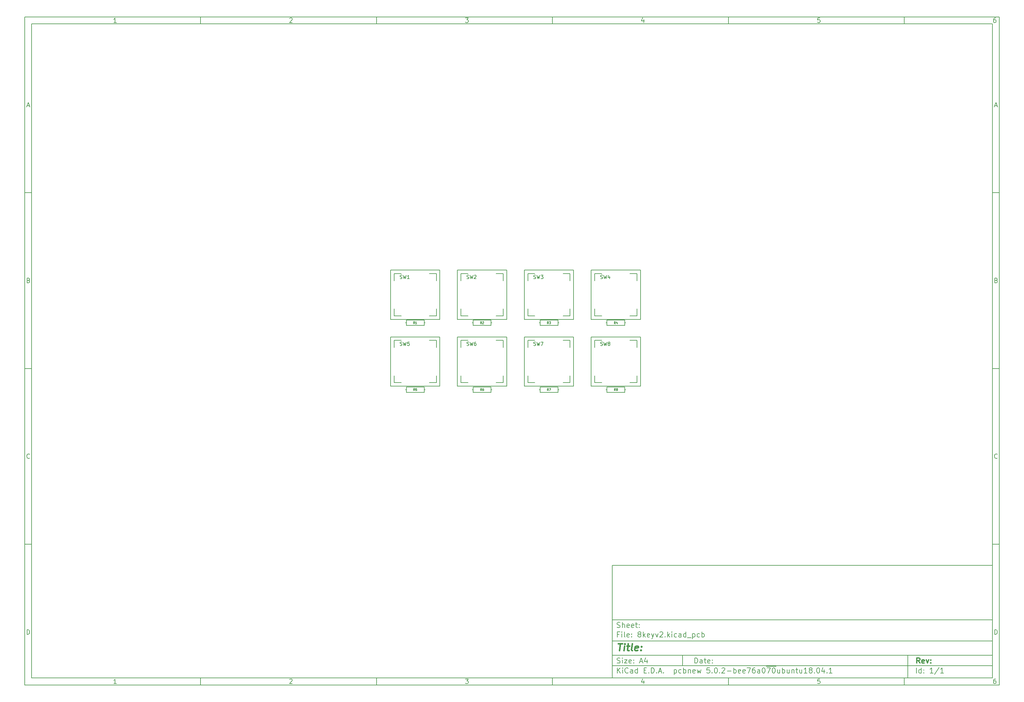
<source format=gbr>
G04 #@! TF.GenerationSoftware,KiCad,Pcbnew,5.0.2-bee76a0~70~ubuntu18.04.1*
G04 #@! TF.CreationDate,2019-02-02T15:30:55-05:00*
G04 #@! TF.ProjectId,8keyv2,386b6579-7632-42e6-9b69-6361645f7063,rev?*
G04 #@! TF.SameCoordinates,Original*
G04 #@! TF.FileFunction,Legend,Top*
G04 #@! TF.FilePolarity,Positive*
%FSLAX46Y46*%
G04 Gerber Fmt 4.6, Leading zero omitted, Abs format (unit mm)*
G04 Created by KiCad (PCBNEW 5.0.2-bee76a0~70~ubuntu18.04.1) date Sat 02 Feb 2019 03:30:55 PM EST*
%MOMM*%
%LPD*%
G01*
G04 APERTURE LIST*
%ADD10C,0.100000*%
%ADD11C,0.150000*%
%ADD12C,0.300000*%
%ADD13C,0.400000*%
%ADD14C,0.203200*%
%ADD15C,0.127000*%
G04 APERTURE END LIST*
D10*
D11*
X177002200Y-166007200D02*
X177002200Y-198007200D01*
X285002200Y-198007200D01*
X285002200Y-166007200D01*
X177002200Y-166007200D01*
D10*
D11*
X10000000Y-10000000D02*
X10000000Y-200007200D01*
X287002200Y-200007200D01*
X287002200Y-10000000D01*
X10000000Y-10000000D01*
D10*
D11*
X12000000Y-12000000D02*
X12000000Y-198007200D01*
X285002200Y-198007200D01*
X285002200Y-12000000D01*
X12000000Y-12000000D01*
D10*
D11*
X60000000Y-12000000D02*
X60000000Y-10000000D01*
D10*
D11*
X110000000Y-12000000D02*
X110000000Y-10000000D01*
D10*
D11*
X160000000Y-12000000D02*
X160000000Y-10000000D01*
D10*
D11*
X210000000Y-12000000D02*
X210000000Y-10000000D01*
D10*
D11*
X260000000Y-12000000D02*
X260000000Y-10000000D01*
D10*
D11*
X36065476Y-11588095D02*
X35322619Y-11588095D01*
X35694047Y-11588095D02*
X35694047Y-10288095D01*
X35570238Y-10473809D01*
X35446428Y-10597619D01*
X35322619Y-10659523D01*
D10*
D11*
X85322619Y-10411904D02*
X85384523Y-10350000D01*
X85508333Y-10288095D01*
X85817857Y-10288095D01*
X85941666Y-10350000D01*
X86003571Y-10411904D01*
X86065476Y-10535714D01*
X86065476Y-10659523D01*
X86003571Y-10845238D01*
X85260714Y-11588095D01*
X86065476Y-11588095D01*
D10*
D11*
X135260714Y-10288095D02*
X136065476Y-10288095D01*
X135632142Y-10783333D01*
X135817857Y-10783333D01*
X135941666Y-10845238D01*
X136003571Y-10907142D01*
X136065476Y-11030952D01*
X136065476Y-11340476D01*
X136003571Y-11464285D01*
X135941666Y-11526190D01*
X135817857Y-11588095D01*
X135446428Y-11588095D01*
X135322619Y-11526190D01*
X135260714Y-11464285D01*
D10*
D11*
X185941666Y-10721428D02*
X185941666Y-11588095D01*
X185632142Y-10226190D02*
X185322619Y-11154761D01*
X186127380Y-11154761D01*
D10*
D11*
X236003571Y-10288095D02*
X235384523Y-10288095D01*
X235322619Y-10907142D01*
X235384523Y-10845238D01*
X235508333Y-10783333D01*
X235817857Y-10783333D01*
X235941666Y-10845238D01*
X236003571Y-10907142D01*
X236065476Y-11030952D01*
X236065476Y-11340476D01*
X236003571Y-11464285D01*
X235941666Y-11526190D01*
X235817857Y-11588095D01*
X235508333Y-11588095D01*
X235384523Y-11526190D01*
X235322619Y-11464285D01*
D10*
D11*
X285941666Y-10288095D02*
X285694047Y-10288095D01*
X285570238Y-10350000D01*
X285508333Y-10411904D01*
X285384523Y-10597619D01*
X285322619Y-10845238D01*
X285322619Y-11340476D01*
X285384523Y-11464285D01*
X285446428Y-11526190D01*
X285570238Y-11588095D01*
X285817857Y-11588095D01*
X285941666Y-11526190D01*
X286003571Y-11464285D01*
X286065476Y-11340476D01*
X286065476Y-11030952D01*
X286003571Y-10907142D01*
X285941666Y-10845238D01*
X285817857Y-10783333D01*
X285570238Y-10783333D01*
X285446428Y-10845238D01*
X285384523Y-10907142D01*
X285322619Y-11030952D01*
D10*
D11*
X60000000Y-198007200D02*
X60000000Y-200007200D01*
D10*
D11*
X110000000Y-198007200D02*
X110000000Y-200007200D01*
D10*
D11*
X160000000Y-198007200D02*
X160000000Y-200007200D01*
D10*
D11*
X210000000Y-198007200D02*
X210000000Y-200007200D01*
D10*
D11*
X260000000Y-198007200D02*
X260000000Y-200007200D01*
D10*
D11*
X36065476Y-199595295D02*
X35322619Y-199595295D01*
X35694047Y-199595295D02*
X35694047Y-198295295D01*
X35570238Y-198481009D01*
X35446428Y-198604819D01*
X35322619Y-198666723D01*
D10*
D11*
X85322619Y-198419104D02*
X85384523Y-198357200D01*
X85508333Y-198295295D01*
X85817857Y-198295295D01*
X85941666Y-198357200D01*
X86003571Y-198419104D01*
X86065476Y-198542914D01*
X86065476Y-198666723D01*
X86003571Y-198852438D01*
X85260714Y-199595295D01*
X86065476Y-199595295D01*
D10*
D11*
X135260714Y-198295295D02*
X136065476Y-198295295D01*
X135632142Y-198790533D01*
X135817857Y-198790533D01*
X135941666Y-198852438D01*
X136003571Y-198914342D01*
X136065476Y-199038152D01*
X136065476Y-199347676D01*
X136003571Y-199471485D01*
X135941666Y-199533390D01*
X135817857Y-199595295D01*
X135446428Y-199595295D01*
X135322619Y-199533390D01*
X135260714Y-199471485D01*
D10*
D11*
X185941666Y-198728628D02*
X185941666Y-199595295D01*
X185632142Y-198233390D02*
X185322619Y-199161961D01*
X186127380Y-199161961D01*
D10*
D11*
X236003571Y-198295295D02*
X235384523Y-198295295D01*
X235322619Y-198914342D01*
X235384523Y-198852438D01*
X235508333Y-198790533D01*
X235817857Y-198790533D01*
X235941666Y-198852438D01*
X236003571Y-198914342D01*
X236065476Y-199038152D01*
X236065476Y-199347676D01*
X236003571Y-199471485D01*
X235941666Y-199533390D01*
X235817857Y-199595295D01*
X235508333Y-199595295D01*
X235384523Y-199533390D01*
X235322619Y-199471485D01*
D10*
D11*
X285941666Y-198295295D02*
X285694047Y-198295295D01*
X285570238Y-198357200D01*
X285508333Y-198419104D01*
X285384523Y-198604819D01*
X285322619Y-198852438D01*
X285322619Y-199347676D01*
X285384523Y-199471485D01*
X285446428Y-199533390D01*
X285570238Y-199595295D01*
X285817857Y-199595295D01*
X285941666Y-199533390D01*
X286003571Y-199471485D01*
X286065476Y-199347676D01*
X286065476Y-199038152D01*
X286003571Y-198914342D01*
X285941666Y-198852438D01*
X285817857Y-198790533D01*
X285570238Y-198790533D01*
X285446428Y-198852438D01*
X285384523Y-198914342D01*
X285322619Y-199038152D01*
D10*
D11*
X10000000Y-60000000D02*
X12000000Y-60000000D01*
D10*
D11*
X10000000Y-110000000D02*
X12000000Y-110000000D01*
D10*
D11*
X10000000Y-160000000D02*
X12000000Y-160000000D01*
D10*
D11*
X10690476Y-35216666D02*
X11309523Y-35216666D01*
X10566666Y-35588095D02*
X11000000Y-34288095D01*
X11433333Y-35588095D01*
D10*
D11*
X11092857Y-84907142D02*
X11278571Y-84969047D01*
X11340476Y-85030952D01*
X11402380Y-85154761D01*
X11402380Y-85340476D01*
X11340476Y-85464285D01*
X11278571Y-85526190D01*
X11154761Y-85588095D01*
X10659523Y-85588095D01*
X10659523Y-84288095D01*
X11092857Y-84288095D01*
X11216666Y-84350000D01*
X11278571Y-84411904D01*
X11340476Y-84535714D01*
X11340476Y-84659523D01*
X11278571Y-84783333D01*
X11216666Y-84845238D01*
X11092857Y-84907142D01*
X10659523Y-84907142D01*
D10*
D11*
X11402380Y-135464285D02*
X11340476Y-135526190D01*
X11154761Y-135588095D01*
X11030952Y-135588095D01*
X10845238Y-135526190D01*
X10721428Y-135402380D01*
X10659523Y-135278571D01*
X10597619Y-135030952D01*
X10597619Y-134845238D01*
X10659523Y-134597619D01*
X10721428Y-134473809D01*
X10845238Y-134350000D01*
X11030952Y-134288095D01*
X11154761Y-134288095D01*
X11340476Y-134350000D01*
X11402380Y-134411904D01*
D10*
D11*
X10659523Y-185588095D02*
X10659523Y-184288095D01*
X10969047Y-184288095D01*
X11154761Y-184350000D01*
X11278571Y-184473809D01*
X11340476Y-184597619D01*
X11402380Y-184845238D01*
X11402380Y-185030952D01*
X11340476Y-185278571D01*
X11278571Y-185402380D01*
X11154761Y-185526190D01*
X10969047Y-185588095D01*
X10659523Y-185588095D01*
D10*
D11*
X287002200Y-60000000D02*
X285002200Y-60000000D01*
D10*
D11*
X287002200Y-110000000D02*
X285002200Y-110000000D01*
D10*
D11*
X287002200Y-160000000D02*
X285002200Y-160000000D01*
D10*
D11*
X285692676Y-35216666D02*
X286311723Y-35216666D01*
X285568866Y-35588095D02*
X286002200Y-34288095D01*
X286435533Y-35588095D01*
D10*
D11*
X286095057Y-84907142D02*
X286280771Y-84969047D01*
X286342676Y-85030952D01*
X286404580Y-85154761D01*
X286404580Y-85340476D01*
X286342676Y-85464285D01*
X286280771Y-85526190D01*
X286156961Y-85588095D01*
X285661723Y-85588095D01*
X285661723Y-84288095D01*
X286095057Y-84288095D01*
X286218866Y-84350000D01*
X286280771Y-84411904D01*
X286342676Y-84535714D01*
X286342676Y-84659523D01*
X286280771Y-84783333D01*
X286218866Y-84845238D01*
X286095057Y-84907142D01*
X285661723Y-84907142D01*
D10*
D11*
X286404580Y-135464285D02*
X286342676Y-135526190D01*
X286156961Y-135588095D01*
X286033152Y-135588095D01*
X285847438Y-135526190D01*
X285723628Y-135402380D01*
X285661723Y-135278571D01*
X285599819Y-135030952D01*
X285599819Y-134845238D01*
X285661723Y-134597619D01*
X285723628Y-134473809D01*
X285847438Y-134350000D01*
X286033152Y-134288095D01*
X286156961Y-134288095D01*
X286342676Y-134350000D01*
X286404580Y-134411904D01*
D10*
D11*
X285661723Y-185588095D02*
X285661723Y-184288095D01*
X285971247Y-184288095D01*
X286156961Y-184350000D01*
X286280771Y-184473809D01*
X286342676Y-184597619D01*
X286404580Y-184845238D01*
X286404580Y-185030952D01*
X286342676Y-185278571D01*
X286280771Y-185402380D01*
X286156961Y-185526190D01*
X285971247Y-185588095D01*
X285661723Y-185588095D01*
D10*
D11*
X200434342Y-193785771D02*
X200434342Y-192285771D01*
X200791485Y-192285771D01*
X201005771Y-192357200D01*
X201148628Y-192500057D01*
X201220057Y-192642914D01*
X201291485Y-192928628D01*
X201291485Y-193142914D01*
X201220057Y-193428628D01*
X201148628Y-193571485D01*
X201005771Y-193714342D01*
X200791485Y-193785771D01*
X200434342Y-193785771D01*
X202577200Y-193785771D02*
X202577200Y-193000057D01*
X202505771Y-192857200D01*
X202362914Y-192785771D01*
X202077200Y-192785771D01*
X201934342Y-192857200D01*
X202577200Y-193714342D02*
X202434342Y-193785771D01*
X202077200Y-193785771D01*
X201934342Y-193714342D01*
X201862914Y-193571485D01*
X201862914Y-193428628D01*
X201934342Y-193285771D01*
X202077200Y-193214342D01*
X202434342Y-193214342D01*
X202577200Y-193142914D01*
X203077200Y-192785771D02*
X203648628Y-192785771D01*
X203291485Y-192285771D02*
X203291485Y-193571485D01*
X203362914Y-193714342D01*
X203505771Y-193785771D01*
X203648628Y-193785771D01*
X204720057Y-193714342D02*
X204577200Y-193785771D01*
X204291485Y-193785771D01*
X204148628Y-193714342D01*
X204077200Y-193571485D01*
X204077200Y-193000057D01*
X204148628Y-192857200D01*
X204291485Y-192785771D01*
X204577200Y-192785771D01*
X204720057Y-192857200D01*
X204791485Y-193000057D01*
X204791485Y-193142914D01*
X204077200Y-193285771D01*
X205434342Y-193642914D02*
X205505771Y-193714342D01*
X205434342Y-193785771D01*
X205362914Y-193714342D01*
X205434342Y-193642914D01*
X205434342Y-193785771D01*
X205434342Y-192857200D02*
X205505771Y-192928628D01*
X205434342Y-193000057D01*
X205362914Y-192928628D01*
X205434342Y-192857200D01*
X205434342Y-193000057D01*
D10*
D11*
X177002200Y-194507200D02*
X285002200Y-194507200D01*
D10*
D11*
X178434342Y-196585771D02*
X178434342Y-195085771D01*
X179291485Y-196585771D02*
X178648628Y-195728628D01*
X179291485Y-195085771D02*
X178434342Y-195942914D01*
X179934342Y-196585771D02*
X179934342Y-195585771D01*
X179934342Y-195085771D02*
X179862914Y-195157200D01*
X179934342Y-195228628D01*
X180005771Y-195157200D01*
X179934342Y-195085771D01*
X179934342Y-195228628D01*
X181505771Y-196442914D02*
X181434342Y-196514342D01*
X181220057Y-196585771D01*
X181077200Y-196585771D01*
X180862914Y-196514342D01*
X180720057Y-196371485D01*
X180648628Y-196228628D01*
X180577200Y-195942914D01*
X180577200Y-195728628D01*
X180648628Y-195442914D01*
X180720057Y-195300057D01*
X180862914Y-195157200D01*
X181077200Y-195085771D01*
X181220057Y-195085771D01*
X181434342Y-195157200D01*
X181505771Y-195228628D01*
X182791485Y-196585771D02*
X182791485Y-195800057D01*
X182720057Y-195657200D01*
X182577200Y-195585771D01*
X182291485Y-195585771D01*
X182148628Y-195657200D01*
X182791485Y-196514342D02*
X182648628Y-196585771D01*
X182291485Y-196585771D01*
X182148628Y-196514342D01*
X182077200Y-196371485D01*
X182077200Y-196228628D01*
X182148628Y-196085771D01*
X182291485Y-196014342D01*
X182648628Y-196014342D01*
X182791485Y-195942914D01*
X184148628Y-196585771D02*
X184148628Y-195085771D01*
X184148628Y-196514342D02*
X184005771Y-196585771D01*
X183720057Y-196585771D01*
X183577200Y-196514342D01*
X183505771Y-196442914D01*
X183434342Y-196300057D01*
X183434342Y-195871485D01*
X183505771Y-195728628D01*
X183577200Y-195657200D01*
X183720057Y-195585771D01*
X184005771Y-195585771D01*
X184148628Y-195657200D01*
X186005771Y-195800057D02*
X186505771Y-195800057D01*
X186720057Y-196585771D02*
X186005771Y-196585771D01*
X186005771Y-195085771D01*
X186720057Y-195085771D01*
X187362914Y-196442914D02*
X187434342Y-196514342D01*
X187362914Y-196585771D01*
X187291485Y-196514342D01*
X187362914Y-196442914D01*
X187362914Y-196585771D01*
X188077200Y-196585771D02*
X188077200Y-195085771D01*
X188434342Y-195085771D01*
X188648628Y-195157200D01*
X188791485Y-195300057D01*
X188862914Y-195442914D01*
X188934342Y-195728628D01*
X188934342Y-195942914D01*
X188862914Y-196228628D01*
X188791485Y-196371485D01*
X188648628Y-196514342D01*
X188434342Y-196585771D01*
X188077200Y-196585771D01*
X189577200Y-196442914D02*
X189648628Y-196514342D01*
X189577200Y-196585771D01*
X189505771Y-196514342D01*
X189577200Y-196442914D01*
X189577200Y-196585771D01*
X190220057Y-196157200D02*
X190934342Y-196157200D01*
X190077200Y-196585771D02*
X190577200Y-195085771D01*
X191077200Y-196585771D01*
X191577200Y-196442914D02*
X191648628Y-196514342D01*
X191577200Y-196585771D01*
X191505771Y-196514342D01*
X191577200Y-196442914D01*
X191577200Y-196585771D01*
X194577200Y-195585771D02*
X194577200Y-197085771D01*
X194577200Y-195657200D02*
X194720057Y-195585771D01*
X195005771Y-195585771D01*
X195148628Y-195657200D01*
X195220057Y-195728628D01*
X195291485Y-195871485D01*
X195291485Y-196300057D01*
X195220057Y-196442914D01*
X195148628Y-196514342D01*
X195005771Y-196585771D01*
X194720057Y-196585771D01*
X194577200Y-196514342D01*
X196577200Y-196514342D02*
X196434342Y-196585771D01*
X196148628Y-196585771D01*
X196005771Y-196514342D01*
X195934342Y-196442914D01*
X195862914Y-196300057D01*
X195862914Y-195871485D01*
X195934342Y-195728628D01*
X196005771Y-195657200D01*
X196148628Y-195585771D01*
X196434342Y-195585771D01*
X196577200Y-195657200D01*
X197220057Y-196585771D02*
X197220057Y-195085771D01*
X197220057Y-195657200D02*
X197362914Y-195585771D01*
X197648628Y-195585771D01*
X197791485Y-195657200D01*
X197862914Y-195728628D01*
X197934342Y-195871485D01*
X197934342Y-196300057D01*
X197862914Y-196442914D01*
X197791485Y-196514342D01*
X197648628Y-196585771D01*
X197362914Y-196585771D01*
X197220057Y-196514342D01*
X198577200Y-195585771D02*
X198577200Y-196585771D01*
X198577200Y-195728628D02*
X198648628Y-195657200D01*
X198791485Y-195585771D01*
X199005771Y-195585771D01*
X199148628Y-195657200D01*
X199220057Y-195800057D01*
X199220057Y-196585771D01*
X200505771Y-196514342D02*
X200362914Y-196585771D01*
X200077200Y-196585771D01*
X199934342Y-196514342D01*
X199862914Y-196371485D01*
X199862914Y-195800057D01*
X199934342Y-195657200D01*
X200077200Y-195585771D01*
X200362914Y-195585771D01*
X200505771Y-195657200D01*
X200577200Y-195800057D01*
X200577200Y-195942914D01*
X199862914Y-196085771D01*
X201077200Y-195585771D02*
X201362914Y-196585771D01*
X201648628Y-195871485D01*
X201934342Y-196585771D01*
X202220057Y-195585771D01*
X204648628Y-195085771D02*
X203934342Y-195085771D01*
X203862914Y-195800057D01*
X203934342Y-195728628D01*
X204077200Y-195657200D01*
X204434342Y-195657200D01*
X204577200Y-195728628D01*
X204648628Y-195800057D01*
X204720057Y-195942914D01*
X204720057Y-196300057D01*
X204648628Y-196442914D01*
X204577200Y-196514342D01*
X204434342Y-196585771D01*
X204077200Y-196585771D01*
X203934342Y-196514342D01*
X203862914Y-196442914D01*
X205362914Y-196442914D02*
X205434342Y-196514342D01*
X205362914Y-196585771D01*
X205291485Y-196514342D01*
X205362914Y-196442914D01*
X205362914Y-196585771D01*
X206362914Y-195085771D02*
X206505771Y-195085771D01*
X206648628Y-195157200D01*
X206720057Y-195228628D01*
X206791485Y-195371485D01*
X206862914Y-195657200D01*
X206862914Y-196014342D01*
X206791485Y-196300057D01*
X206720057Y-196442914D01*
X206648628Y-196514342D01*
X206505771Y-196585771D01*
X206362914Y-196585771D01*
X206220057Y-196514342D01*
X206148628Y-196442914D01*
X206077200Y-196300057D01*
X206005771Y-196014342D01*
X206005771Y-195657200D01*
X206077200Y-195371485D01*
X206148628Y-195228628D01*
X206220057Y-195157200D01*
X206362914Y-195085771D01*
X207505771Y-196442914D02*
X207577200Y-196514342D01*
X207505771Y-196585771D01*
X207434342Y-196514342D01*
X207505771Y-196442914D01*
X207505771Y-196585771D01*
X208148628Y-195228628D02*
X208220057Y-195157200D01*
X208362914Y-195085771D01*
X208720057Y-195085771D01*
X208862914Y-195157200D01*
X208934342Y-195228628D01*
X209005771Y-195371485D01*
X209005771Y-195514342D01*
X208934342Y-195728628D01*
X208077200Y-196585771D01*
X209005771Y-196585771D01*
X209648628Y-196014342D02*
X210791485Y-196014342D01*
X211505771Y-196585771D02*
X211505771Y-195085771D01*
X211505771Y-195657200D02*
X211648628Y-195585771D01*
X211934342Y-195585771D01*
X212077200Y-195657200D01*
X212148628Y-195728628D01*
X212220057Y-195871485D01*
X212220057Y-196300057D01*
X212148628Y-196442914D01*
X212077200Y-196514342D01*
X211934342Y-196585771D01*
X211648628Y-196585771D01*
X211505771Y-196514342D01*
X213434342Y-196514342D02*
X213291485Y-196585771D01*
X213005771Y-196585771D01*
X212862914Y-196514342D01*
X212791485Y-196371485D01*
X212791485Y-195800057D01*
X212862914Y-195657200D01*
X213005771Y-195585771D01*
X213291485Y-195585771D01*
X213434342Y-195657200D01*
X213505771Y-195800057D01*
X213505771Y-195942914D01*
X212791485Y-196085771D01*
X214720057Y-196514342D02*
X214577200Y-196585771D01*
X214291485Y-196585771D01*
X214148628Y-196514342D01*
X214077200Y-196371485D01*
X214077200Y-195800057D01*
X214148628Y-195657200D01*
X214291485Y-195585771D01*
X214577200Y-195585771D01*
X214720057Y-195657200D01*
X214791485Y-195800057D01*
X214791485Y-195942914D01*
X214077200Y-196085771D01*
X215291485Y-195085771D02*
X216291485Y-195085771D01*
X215648628Y-196585771D01*
X217505771Y-195085771D02*
X217220057Y-195085771D01*
X217077200Y-195157200D01*
X217005771Y-195228628D01*
X216862914Y-195442914D01*
X216791485Y-195728628D01*
X216791485Y-196300057D01*
X216862914Y-196442914D01*
X216934342Y-196514342D01*
X217077200Y-196585771D01*
X217362914Y-196585771D01*
X217505771Y-196514342D01*
X217577200Y-196442914D01*
X217648628Y-196300057D01*
X217648628Y-195942914D01*
X217577200Y-195800057D01*
X217505771Y-195728628D01*
X217362914Y-195657200D01*
X217077200Y-195657200D01*
X216934342Y-195728628D01*
X216862914Y-195800057D01*
X216791485Y-195942914D01*
X218934342Y-196585771D02*
X218934342Y-195800057D01*
X218862914Y-195657200D01*
X218720057Y-195585771D01*
X218434342Y-195585771D01*
X218291485Y-195657200D01*
X218934342Y-196514342D02*
X218791485Y-196585771D01*
X218434342Y-196585771D01*
X218291485Y-196514342D01*
X218220057Y-196371485D01*
X218220057Y-196228628D01*
X218291485Y-196085771D01*
X218434342Y-196014342D01*
X218791485Y-196014342D01*
X218934342Y-195942914D01*
X219934342Y-195085771D02*
X220077200Y-195085771D01*
X220220057Y-195157200D01*
X220291485Y-195228628D01*
X220362914Y-195371485D01*
X220434342Y-195657200D01*
X220434342Y-196014342D01*
X220362914Y-196300057D01*
X220291485Y-196442914D01*
X220220057Y-196514342D01*
X220077200Y-196585771D01*
X219934342Y-196585771D01*
X219791485Y-196514342D01*
X219720057Y-196442914D01*
X219648628Y-196300057D01*
X219577200Y-196014342D01*
X219577200Y-195657200D01*
X219648628Y-195371485D01*
X219720057Y-195228628D01*
X219791485Y-195157200D01*
X219934342Y-195085771D01*
X220720057Y-194677200D02*
X222148628Y-194677200D01*
X220934342Y-195085771D02*
X221934342Y-195085771D01*
X221291485Y-196585771D01*
X222148628Y-194677200D02*
X223577200Y-194677200D01*
X222791485Y-195085771D02*
X222934342Y-195085771D01*
X223077200Y-195157200D01*
X223148628Y-195228628D01*
X223220057Y-195371485D01*
X223291485Y-195657200D01*
X223291485Y-196014342D01*
X223220057Y-196300057D01*
X223148628Y-196442914D01*
X223077200Y-196514342D01*
X222934342Y-196585771D01*
X222791485Y-196585771D01*
X222648628Y-196514342D01*
X222577200Y-196442914D01*
X222505771Y-196300057D01*
X222434342Y-196014342D01*
X222434342Y-195657200D01*
X222505771Y-195371485D01*
X222577200Y-195228628D01*
X222648628Y-195157200D01*
X222791485Y-195085771D01*
X224577200Y-195585771D02*
X224577200Y-196585771D01*
X223934342Y-195585771D02*
X223934342Y-196371485D01*
X224005771Y-196514342D01*
X224148628Y-196585771D01*
X224362914Y-196585771D01*
X224505771Y-196514342D01*
X224577200Y-196442914D01*
X225291485Y-196585771D02*
X225291485Y-195085771D01*
X225291485Y-195657200D02*
X225434342Y-195585771D01*
X225720057Y-195585771D01*
X225862914Y-195657200D01*
X225934342Y-195728628D01*
X226005771Y-195871485D01*
X226005771Y-196300057D01*
X225934342Y-196442914D01*
X225862914Y-196514342D01*
X225720057Y-196585771D01*
X225434342Y-196585771D01*
X225291485Y-196514342D01*
X227291485Y-195585771D02*
X227291485Y-196585771D01*
X226648628Y-195585771D02*
X226648628Y-196371485D01*
X226720057Y-196514342D01*
X226862914Y-196585771D01*
X227077200Y-196585771D01*
X227220057Y-196514342D01*
X227291485Y-196442914D01*
X228005771Y-195585771D02*
X228005771Y-196585771D01*
X228005771Y-195728628D02*
X228077200Y-195657200D01*
X228220057Y-195585771D01*
X228434342Y-195585771D01*
X228577200Y-195657200D01*
X228648628Y-195800057D01*
X228648628Y-196585771D01*
X229148628Y-195585771D02*
X229720057Y-195585771D01*
X229362914Y-195085771D02*
X229362914Y-196371485D01*
X229434342Y-196514342D01*
X229577200Y-196585771D01*
X229720057Y-196585771D01*
X230862914Y-195585771D02*
X230862914Y-196585771D01*
X230220057Y-195585771D02*
X230220057Y-196371485D01*
X230291485Y-196514342D01*
X230434342Y-196585771D01*
X230648628Y-196585771D01*
X230791485Y-196514342D01*
X230862914Y-196442914D01*
X232362914Y-196585771D02*
X231505771Y-196585771D01*
X231934342Y-196585771D02*
X231934342Y-195085771D01*
X231791485Y-195300057D01*
X231648628Y-195442914D01*
X231505771Y-195514342D01*
X233220057Y-195728628D02*
X233077200Y-195657200D01*
X233005771Y-195585771D01*
X232934342Y-195442914D01*
X232934342Y-195371485D01*
X233005771Y-195228628D01*
X233077200Y-195157200D01*
X233220057Y-195085771D01*
X233505771Y-195085771D01*
X233648628Y-195157200D01*
X233720057Y-195228628D01*
X233791485Y-195371485D01*
X233791485Y-195442914D01*
X233720057Y-195585771D01*
X233648628Y-195657200D01*
X233505771Y-195728628D01*
X233220057Y-195728628D01*
X233077200Y-195800057D01*
X233005771Y-195871485D01*
X232934342Y-196014342D01*
X232934342Y-196300057D01*
X233005771Y-196442914D01*
X233077200Y-196514342D01*
X233220057Y-196585771D01*
X233505771Y-196585771D01*
X233648628Y-196514342D01*
X233720057Y-196442914D01*
X233791485Y-196300057D01*
X233791485Y-196014342D01*
X233720057Y-195871485D01*
X233648628Y-195800057D01*
X233505771Y-195728628D01*
X234434342Y-196442914D02*
X234505771Y-196514342D01*
X234434342Y-196585771D01*
X234362914Y-196514342D01*
X234434342Y-196442914D01*
X234434342Y-196585771D01*
X235434342Y-195085771D02*
X235577200Y-195085771D01*
X235720057Y-195157200D01*
X235791485Y-195228628D01*
X235862914Y-195371485D01*
X235934342Y-195657200D01*
X235934342Y-196014342D01*
X235862914Y-196300057D01*
X235791485Y-196442914D01*
X235720057Y-196514342D01*
X235577200Y-196585771D01*
X235434342Y-196585771D01*
X235291485Y-196514342D01*
X235220057Y-196442914D01*
X235148628Y-196300057D01*
X235077200Y-196014342D01*
X235077200Y-195657200D01*
X235148628Y-195371485D01*
X235220057Y-195228628D01*
X235291485Y-195157200D01*
X235434342Y-195085771D01*
X237220057Y-195585771D02*
X237220057Y-196585771D01*
X236862914Y-195014342D02*
X236505771Y-196085771D01*
X237434342Y-196085771D01*
X238005771Y-196442914D02*
X238077199Y-196514342D01*
X238005771Y-196585771D01*
X237934342Y-196514342D01*
X238005771Y-196442914D01*
X238005771Y-196585771D01*
X239505771Y-196585771D02*
X238648628Y-196585771D01*
X239077200Y-196585771D02*
X239077200Y-195085771D01*
X238934342Y-195300057D01*
X238791485Y-195442914D01*
X238648628Y-195514342D01*
D10*
D11*
X177002200Y-191507200D02*
X285002200Y-191507200D01*
D10*
D12*
X264411485Y-193785771D02*
X263911485Y-193071485D01*
X263554342Y-193785771D02*
X263554342Y-192285771D01*
X264125771Y-192285771D01*
X264268628Y-192357200D01*
X264340057Y-192428628D01*
X264411485Y-192571485D01*
X264411485Y-192785771D01*
X264340057Y-192928628D01*
X264268628Y-193000057D01*
X264125771Y-193071485D01*
X263554342Y-193071485D01*
X265625771Y-193714342D02*
X265482914Y-193785771D01*
X265197200Y-193785771D01*
X265054342Y-193714342D01*
X264982914Y-193571485D01*
X264982914Y-193000057D01*
X265054342Y-192857200D01*
X265197200Y-192785771D01*
X265482914Y-192785771D01*
X265625771Y-192857200D01*
X265697200Y-193000057D01*
X265697200Y-193142914D01*
X264982914Y-193285771D01*
X266197200Y-192785771D02*
X266554342Y-193785771D01*
X266911485Y-192785771D01*
X267482914Y-193642914D02*
X267554342Y-193714342D01*
X267482914Y-193785771D01*
X267411485Y-193714342D01*
X267482914Y-193642914D01*
X267482914Y-193785771D01*
X267482914Y-192857200D02*
X267554342Y-192928628D01*
X267482914Y-193000057D01*
X267411485Y-192928628D01*
X267482914Y-192857200D01*
X267482914Y-193000057D01*
D10*
D11*
X178362914Y-193714342D02*
X178577200Y-193785771D01*
X178934342Y-193785771D01*
X179077200Y-193714342D01*
X179148628Y-193642914D01*
X179220057Y-193500057D01*
X179220057Y-193357200D01*
X179148628Y-193214342D01*
X179077200Y-193142914D01*
X178934342Y-193071485D01*
X178648628Y-193000057D01*
X178505771Y-192928628D01*
X178434342Y-192857200D01*
X178362914Y-192714342D01*
X178362914Y-192571485D01*
X178434342Y-192428628D01*
X178505771Y-192357200D01*
X178648628Y-192285771D01*
X179005771Y-192285771D01*
X179220057Y-192357200D01*
X179862914Y-193785771D02*
X179862914Y-192785771D01*
X179862914Y-192285771D02*
X179791485Y-192357200D01*
X179862914Y-192428628D01*
X179934342Y-192357200D01*
X179862914Y-192285771D01*
X179862914Y-192428628D01*
X180434342Y-192785771D02*
X181220057Y-192785771D01*
X180434342Y-193785771D01*
X181220057Y-193785771D01*
X182362914Y-193714342D02*
X182220057Y-193785771D01*
X181934342Y-193785771D01*
X181791485Y-193714342D01*
X181720057Y-193571485D01*
X181720057Y-193000057D01*
X181791485Y-192857200D01*
X181934342Y-192785771D01*
X182220057Y-192785771D01*
X182362914Y-192857200D01*
X182434342Y-193000057D01*
X182434342Y-193142914D01*
X181720057Y-193285771D01*
X183077200Y-193642914D02*
X183148628Y-193714342D01*
X183077200Y-193785771D01*
X183005771Y-193714342D01*
X183077200Y-193642914D01*
X183077200Y-193785771D01*
X183077200Y-192857200D02*
X183148628Y-192928628D01*
X183077200Y-193000057D01*
X183005771Y-192928628D01*
X183077200Y-192857200D01*
X183077200Y-193000057D01*
X184862914Y-193357200D02*
X185577200Y-193357200D01*
X184720057Y-193785771D02*
X185220057Y-192285771D01*
X185720057Y-193785771D01*
X186862914Y-192785771D02*
X186862914Y-193785771D01*
X186505771Y-192214342D02*
X186148628Y-193285771D01*
X187077200Y-193285771D01*
D10*
D11*
X263434342Y-196585771D02*
X263434342Y-195085771D01*
X264791485Y-196585771D02*
X264791485Y-195085771D01*
X264791485Y-196514342D02*
X264648628Y-196585771D01*
X264362914Y-196585771D01*
X264220057Y-196514342D01*
X264148628Y-196442914D01*
X264077200Y-196300057D01*
X264077200Y-195871485D01*
X264148628Y-195728628D01*
X264220057Y-195657200D01*
X264362914Y-195585771D01*
X264648628Y-195585771D01*
X264791485Y-195657200D01*
X265505771Y-196442914D02*
X265577200Y-196514342D01*
X265505771Y-196585771D01*
X265434342Y-196514342D01*
X265505771Y-196442914D01*
X265505771Y-196585771D01*
X265505771Y-195657200D02*
X265577200Y-195728628D01*
X265505771Y-195800057D01*
X265434342Y-195728628D01*
X265505771Y-195657200D01*
X265505771Y-195800057D01*
X268148628Y-196585771D02*
X267291485Y-196585771D01*
X267720057Y-196585771D02*
X267720057Y-195085771D01*
X267577200Y-195300057D01*
X267434342Y-195442914D01*
X267291485Y-195514342D01*
X269862914Y-195014342D02*
X268577200Y-196942914D01*
X271148628Y-196585771D02*
X270291485Y-196585771D01*
X270720057Y-196585771D02*
X270720057Y-195085771D01*
X270577200Y-195300057D01*
X270434342Y-195442914D01*
X270291485Y-195514342D01*
D10*
D11*
X177002200Y-187507200D02*
X285002200Y-187507200D01*
D10*
D13*
X178714580Y-188211961D02*
X179857438Y-188211961D01*
X179036009Y-190211961D02*
X179286009Y-188211961D01*
X180274104Y-190211961D02*
X180440771Y-188878628D01*
X180524104Y-188211961D02*
X180416961Y-188307200D01*
X180500295Y-188402438D01*
X180607438Y-188307200D01*
X180524104Y-188211961D01*
X180500295Y-188402438D01*
X181107438Y-188878628D02*
X181869342Y-188878628D01*
X181476485Y-188211961D02*
X181262200Y-189926247D01*
X181333628Y-190116723D01*
X181512200Y-190211961D01*
X181702676Y-190211961D01*
X182655057Y-190211961D02*
X182476485Y-190116723D01*
X182405057Y-189926247D01*
X182619342Y-188211961D01*
X184190771Y-190116723D02*
X183988390Y-190211961D01*
X183607438Y-190211961D01*
X183428866Y-190116723D01*
X183357438Y-189926247D01*
X183452676Y-189164342D01*
X183571723Y-188973866D01*
X183774104Y-188878628D01*
X184155057Y-188878628D01*
X184333628Y-188973866D01*
X184405057Y-189164342D01*
X184381247Y-189354819D01*
X183405057Y-189545295D01*
X185155057Y-190021485D02*
X185238390Y-190116723D01*
X185131247Y-190211961D01*
X185047914Y-190116723D01*
X185155057Y-190021485D01*
X185131247Y-190211961D01*
X185286009Y-188973866D02*
X185369342Y-189069104D01*
X185262200Y-189164342D01*
X185178866Y-189069104D01*
X185286009Y-188973866D01*
X185262200Y-189164342D01*
D10*
D11*
X178934342Y-185600057D02*
X178434342Y-185600057D01*
X178434342Y-186385771D02*
X178434342Y-184885771D01*
X179148628Y-184885771D01*
X179720057Y-186385771D02*
X179720057Y-185385771D01*
X179720057Y-184885771D02*
X179648628Y-184957200D01*
X179720057Y-185028628D01*
X179791485Y-184957200D01*
X179720057Y-184885771D01*
X179720057Y-185028628D01*
X180648628Y-186385771D02*
X180505771Y-186314342D01*
X180434342Y-186171485D01*
X180434342Y-184885771D01*
X181791485Y-186314342D02*
X181648628Y-186385771D01*
X181362914Y-186385771D01*
X181220057Y-186314342D01*
X181148628Y-186171485D01*
X181148628Y-185600057D01*
X181220057Y-185457200D01*
X181362914Y-185385771D01*
X181648628Y-185385771D01*
X181791485Y-185457200D01*
X181862914Y-185600057D01*
X181862914Y-185742914D01*
X181148628Y-185885771D01*
X182505771Y-186242914D02*
X182577200Y-186314342D01*
X182505771Y-186385771D01*
X182434342Y-186314342D01*
X182505771Y-186242914D01*
X182505771Y-186385771D01*
X182505771Y-185457200D02*
X182577200Y-185528628D01*
X182505771Y-185600057D01*
X182434342Y-185528628D01*
X182505771Y-185457200D01*
X182505771Y-185600057D01*
X184577200Y-185528628D02*
X184434342Y-185457200D01*
X184362914Y-185385771D01*
X184291485Y-185242914D01*
X184291485Y-185171485D01*
X184362914Y-185028628D01*
X184434342Y-184957200D01*
X184577200Y-184885771D01*
X184862914Y-184885771D01*
X185005771Y-184957200D01*
X185077200Y-185028628D01*
X185148628Y-185171485D01*
X185148628Y-185242914D01*
X185077200Y-185385771D01*
X185005771Y-185457200D01*
X184862914Y-185528628D01*
X184577200Y-185528628D01*
X184434342Y-185600057D01*
X184362914Y-185671485D01*
X184291485Y-185814342D01*
X184291485Y-186100057D01*
X184362914Y-186242914D01*
X184434342Y-186314342D01*
X184577200Y-186385771D01*
X184862914Y-186385771D01*
X185005771Y-186314342D01*
X185077200Y-186242914D01*
X185148628Y-186100057D01*
X185148628Y-185814342D01*
X185077200Y-185671485D01*
X185005771Y-185600057D01*
X184862914Y-185528628D01*
X185791485Y-186385771D02*
X185791485Y-184885771D01*
X185934342Y-185814342D02*
X186362914Y-186385771D01*
X186362914Y-185385771D02*
X185791485Y-185957200D01*
X187577200Y-186314342D02*
X187434342Y-186385771D01*
X187148628Y-186385771D01*
X187005771Y-186314342D01*
X186934342Y-186171485D01*
X186934342Y-185600057D01*
X187005771Y-185457200D01*
X187148628Y-185385771D01*
X187434342Y-185385771D01*
X187577200Y-185457200D01*
X187648628Y-185600057D01*
X187648628Y-185742914D01*
X186934342Y-185885771D01*
X188148628Y-185385771D02*
X188505771Y-186385771D01*
X188862914Y-185385771D02*
X188505771Y-186385771D01*
X188362914Y-186742914D01*
X188291485Y-186814342D01*
X188148628Y-186885771D01*
X189291485Y-185385771D02*
X189648628Y-186385771D01*
X190005771Y-185385771D01*
X190505771Y-185028628D02*
X190577200Y-184957200D01*
X190720057Y-184885771D01*
X191077200Y-184885771D01*
X191220057Y-184957200D01*
X191291485Y-185028628D01*
X191362914Y-185171485D01*
X191362914Y-185314342D01*
X191291485Y-185528628D01*
X190434342Y-186385771D01*
X191362914Y-186385771D01*
X192005771Y-186242914D02*
X192077200Y-186314342D01*
X192005771Y-186385771D01*
X191934342Y-186314342D01*
X192005771Y-186242914D01*
X192005771Y-186385771D01*
X192720057Y-186385771D02*
X192720057Y-184885771D01*
X192862914Y-185814342D02*
X193291485Y-186385771D01*
X193291485Y-185385771D02*
X192720057Y-185957200D01*
X193934342Y-186385771D02*
X193934342Y-185385771D01*
X193934342Y-184885771D02*
X193862914Y-184957200D01*
X193934342Y-185028628D01*
X194005771Y-184957200D01*
X193934342Y-184885771D01*
X193934342Y-185028628D01*
X195291485Y-186314342D02*
X195148628Y-186385771D01*
X194862914Y-186385771D01*
X194720057Y-186314342D01*
X194648628Y-186242914D01*
X194577200Y-186100057D01*
X194577200Y-185671485D01*
X194648628Y-185528628D01*
X194720057Y-185457200D01*
X194862914Y-185385771D01*
X195148628Y-185385771D01*
X195291485Y-185457200D01*
X196577200Y-186385771D02*
X196577200Y-185600057D01*
X196505771Y-185457200D01*
X196362914Y-185385771D01*
X196077200Y-185385771D01*
X195934342Y-185457200D01*
X196577200Y-186314342D02*
X196434342Y-186385771D01*
X196077200Y-186385771D01*
X195934342Y-186314342D01*
X195862914Y-186171485D01*
X195862914Y-186028628D01*
X195934342Y-185885771D01*
X196077200Y-185814342D01*
X196434342Y-185814342D01*
X196577200Y-185742914D01*
X197934342Y-186385771D02*
X197934342Y-184885771D01*
X197934342Y-186314342D02*
X197791485Y-186385771D01*
X197505771Y-186385771D01*
X197362914Y-186314342D01*
X197291485Y-186242914D01*
X197220057Y-186100057D01*
X197220057Y-185671485D01*
X197291485Y-185528628D01*
X197362914Y-185457200D01*
X197505771Y-185385771D01*
X197791485Y-185385771D01*
X197934342Y-185457200D01*
X198291485Y-186528628D02*
X199434342Y-186528628D01*
X199791485Y-185385771D02*
X199791485Y-186885771D01*
X199791485Y-185457200D02*
X199934342Y-185385771D01*
X200220057Y-185385771D01*
X200362914Y-185457200D01*
X200434342Y-185528628D01*
X200505771Y-185671485D01*
X200505771Y-186100057D01*
X200434342Y-186242914D01*
X200362914Y-186314342D01*
X200220057Y-186385771D01*
X199934342Y-186385771D01*
X199791485Y-186314342D01*
X201791485Y-186314342D02*
X201648628Y-186385771D01*
X201362914Y-186385771D01*
X201220057Y-186314342D01*
X201148628Y-186242914D01*
X201077200Y-186100057D01*
X201077200Y-185671485D01*
X201148628Y-185528628D01*
X201220057Y-185457200D01*
X201362914Y-185385771D01*
X201648628Y-185385771D01*
X201791485Y-185457200D01*
X202434342Y-186385771D02*
X202434342Y-184885771D01*
X202434342Y-185457200D02*
X202577200Y-185385771D01*
X202862914Y-185385771D01*
X203005771Y-185457200D01*
X203077200Y-185528628D01*
X203148628Y-185671485D01*
X203148628Y-186100057D01*
X203077200Y-186242914D01*
X203005771Y-186314342D01*
X202862914Y-186385771D01*
X202577200Y-186385771D01*
X202434342Y-186314342D01*
D10*
D11*
X177002200Y-181507200D02*
X285002200Y-181507200D01*
D10*
D11*
X178362914Y-183614342D02*
X178577200Y-183685771D01*
X178934342Y-183685771D01*
X179077200Y-183614342D01*
X179148628Y-183542914D01*
X179220057Y-183400057D01*
X179220057Y-183257200D01*
X179148628Y-183114342D01*
X179077200Y-183042914D01*
X178934342Y-182971485D01*
X178648628Y-182900057D01*
X178505771Y-182828628D01*
X178434342Y-182757200D01*
X178362914Y-182614342D01*
X178362914Y-182471485D01*
X178434342Y-182328628D01*
X178505771Y-182257200D01*
X178648628Y-182185771D01*
X179005771Y-182185771D01*
X179220057Y-182257200D01*
X179862914Y-183685771D02*
X179862914Y-182185771D01*
X180505771Y-183685771D02*
X180505771Y-182900057D01*
X180434342Y-182757200D01*
X180291485Y-182685771D01*
X180077200Y-182685771D01*
X179934342Y-182757200D01*
X179862914Y-182828628D01*
X181791485Y-183614342D02*
X181648628Y-183685771D01*
X181362914Y-183685771D01*
X181220057Y-183614342D01*
X181148628Y-183471485D01*
X181148628Y-182900057D01*
X181220057Y-182757200D01*
X181362914Y-182685771D01*
X181648628Y-182685771D01*
X181791485Y-182757200D01*
X181862914Y-182900057D01*
X181862914Y-183042914D01*
X181148628Y-183185771D01*
X183077200Y-183614342D02*
X182934342Y-183685771D01*
X182648628Y-183685771D01*
X182505771Y-183614342D01*
X182434342Y-183471485D01*
X182434342Y-182900057D01*
X182505771Y-182757200D01*
X182648628Y-182685771D01*
X182934342Y-182685771D01*
X183077200Y-182757200D01*
X183148628Y-182900057D01*
X183148628Y-183042914D01*
X182434342Y-183185771D01*
X183577200Y-182685771D02*
X184148628Y-182685771D01*
X183791485Y-182185771D02*
X183791485Y-183471485D01*
X183862914Y-183614342D01*
X184005771Y-183685771D01*
X184148628Y-183685771D01*
X184648628Y-183542914D02*
X184720057Y-183614342D01*
X184648628Y-183685771D01*
X184577200Y-183614342D01*
X184648628Y-183542914D01*
X184648628Y-183685771D01*
X184648628Y-182757200D02*
X184720057Y-182828628D01*
X184648628Y-182900057D01*
X184577200Y-182828628D01*
X184648628Y-182757200D01*
X184648628Y-182900057D01*
D10*
D11*
X197002200Y-191507200D02*
X197002200Y-194507200D01*
D10*
D11*
X261002200Y-191507200D02*
X261002200Y-198007200D01*
D14*
G04 #@! TO.C,R8*
X175460000Y-116000000D02*
X175206000Y-116000000D01*
X180540000Y-116000000D02*
X180794000Y-116000000D01*
X175460000Y-116000000D02*
X175460000Y-115238000D01*
X175460000Y-116762000D02*
X175460000Y-116000000D01*
X180540000Y-116762000D02*
X175460000Y-116762000D01*
X180540000Y-116000000D02*
X180540000Y-116762000D01*
X180540000Y-115238000D02*
X180540000Y-116000000D01*
X175460000Y-115238000D02*
X180540000Y-115238000D01*
G04 #@! TO.C,R1*
X123540000Y-97762000D02*
X118460000Y-97762000D01*
X118460000Y-97762000D02*
X118460000Y-97000000D01*
X118460000Y-97000000D02*
X118460000Y-96238000D01*
X118460000Y-96238000D02*
X123540000Y-96238000D01*
X123540000Y-96238000D02*
X123540000Y-97000000D01*
X123540000Y-97000000D02*
X123540000Y-97762000D01*
X118460000Y-97000000D02*
X118206000Y-97000000D01*
X123540000Y-97000000D02*
X123794000Y-97000000D01*
G04 #@! TO.C,R2*
X137460000Y-96238000D02*
X142540000Y-96238000D01*
X142540000Y-96238000D02*
X142540000Y-97000000D01*
X142540000Y-97000000D02*
X142540000Y-97762000D01*
X142540000Y-97762000D02*
X137460000Y-97762000D01*
X137460000Y-97762000D02*
X137460000Y-97000000D01*
X137460000Y-97000000D02*
X137460000Y-96238000D01*
X142540000Y-97000000D02*
X142794000Y-97000000D01*
X137460000Y-97000000D02*
X137206000Y-97000000D01*
G04 #@! TO.C,R3*
X156460000Y-97000000D02*
X156206000Y-97000000D01*
X161540000Y-97000000D02*
X161794000Y-97000000D01*
X156460000Y-97000000D02*
X156460000Y-96238000D01*
X156460000Y-97762000D02*
X156460000Y-97000000D01*
X161540000Y-97762000D02*
X156460000Y-97762000D01*
X161540000Y-97000000D02*
X161540000Y-97762000D01*
X161540000Y-96238000D02*
X161540000Y-97000000D01*
X156460000Y-96238000D02*
X161540000Y-96238000D01*
G04 #@! TO.C,R4*
X175460000Y-96238000D02*
X180540000Y-96238000D01*
X180540000Y-96238000D02*
X180540000Y-97000000D01*
X180540000Y-97000000D02*
X180540000Y-97762000D01*
X180540000Y-97762000D02*
X175460000Y-97762000D01*
X175460000Y-97762000D02*
X175460000Y-97000000D01*
X175460000Y-97000000D02*
X175460000Y-96238000D01*
X180540000Y-97000000D02*
X180794000Y-97000000D01*
X175460000Y-97000000D02*
X175206000Y-97000000D01*
G04 #@! TO.C,R5*
X123540000Y-116762000D02*
X118460000Y-116762000D01*
X118460000Y-116762000D02*
X118460000Y-116000000D01*
X118460000Y-116000000D02*
X118460000Y-115238000D01*
X118460000Y-115238000D02*
X123540000Y-115238000D01*
X123540000Y-115238000D02*
X123540000Y-116000000D01*
X123540000Y-116000000D02*
X123540000Y-116762000D01*
X118460000Y-116000000D02*
X118206000Y-116000000D01*
X123540000Y-116000000D02*
X123794000Y-116000000D01*
G04 #@! TO.C,R6*
X137460000Y-116000000D02*
X137206000Y-116000000D01*
X142540000Y-116000000D02*
X142794000Y-116000000D01*
X137460000Y-116000000D02*
X137460000Y-115238000D01*
X137460000Y-116762000D02*
X137460000Y-116000000D01*
X142540000Y-116762000D02*
X137460000Y-116762000D01*
X142540000Y-116000000D02*
X142540000Y-116762000D01*
X142540000Y-115238000D02*
X142540000Y-116000000D01*
X137460000Y-115238000D02*
X142540000Y-115238000D01*
G04 #@! TO.C,R7*
X156460000Y-116000000D02*
X156206000Y-116000000D01*
X161540000Y-116000000D02*
X161794000Y-116000000D01*
X156460000Y-116000000D02*
X156460000Y-115238000D01*
X156460000Y-116762000D02*
X156460000Y-116000000D01*
X161540000Y-116762000D02*
X156460000Y-116762000D01*
X161540000Y-116000000D02*
X161540000Y-116762000D01*
X161540000Y-115238000D02*
X161540000Y-116000000D01*
X156460000Y-115238000D02*
X161540000Y-115238000D01*
D11*
G04 #@! TO.C,SW1*
X115000000Y-95000000D02*
X115000000Y-93000000D01*
X117000000Y-95000000D02*
X115000000Y-95000000D01*
X127000000Y-95000000D02*
X125000000Y-95000000D01*
X127000000Y-93000000D02*
X127000000Y-95000000D01*
X127000000Y-83000000D02*
X127000000Y-85000000D01*
X125000000Y-83000000D02*
X127000000Y-83000000D01*
X115000000Y-83000000D02*
X117000000Y-83000000D01*
X115000000Y-85000000D02*
X115000000Y-83000000D01*
X128000000Y-82000000D02*
X114000000Y-82000000D01*
X128000000Y-96000000D02*
X128000000Y-82000000D01*
X114000000Y-96000000D02*
X128000000Y-96000000D01*
X114000000Y-82000000D02*
X114000000Y-96000000D01*
G04 #@! TO.C,SW2*
X134000000Y-95000000D02*
X134000000Y-93000000D01*
X136000000Y-95000000D02*
X134000000Y-95000000D01*
X146000000Y-95000000D02*
X144000000Y-95000000D01*
X146000000Y-93000000D02*
X146000000Y-95000000D01*
X146000000Y-83000000D02*
X146000000Y-85000000D01*
X144000000Y-83000000D02*
X146000000Y-83000000D01*
X134000000Y-83000000D02*
X136000000Y-83000000D01*
X134000000Y-85000000D02*
X134000000Y-83000000D01*
X147000000Y-82000000D02*
X133000000Y-82000000D01*
X147000000Y-96000000D02*
X147000000Y-82000000D01*
X133000000Y-96000000D02*
X147000000Y-96000000D01*
X133000000Y-82000000D02*
X133000000Y-96000000D01*
G04 #@! TO.C,SW3*
X152000000Y-82000000D02*
X152000000Y-96000000D01*
X152000000Y-96000000D02*
X166000000Y-96000000D01*
X166000000Y-96000000D02*
X166000000Y-82000000D01*
X166000000Y-82000000D02*
X152000000Y-82000000D01*
X153000000Y-85000000D02*
X153000000Y-83000000D01*
X153000000Y-83000000D02*
X155000000Y-83000000D01*
X163000000Y-83000000D02*
X165000000Y-83000000D01*
X165000000Y-83000000D02*
X165000000Y-85000000D01*
X165000000Y-93000000D02*
X165000000Y-95000000D01*
X165000000Y-95000000D02*
X163000000Y-95000000D01*
X155000000Y-95000000D02*
X153000000Y-95000000D01*
X153000000Y-95000000D02*
X153000000Y-93000000D01*
G04 #@! TO.C,SW4*
X171000000Y-82000000D02*
X171000000Y-96000000D01*
X171000000Y-96000000D02*
X185000000Y-96000000D01*
X185000000Y-96000000D02*
X185000000Y-82000000D01*
X185000000Y-82000000D02*
X171000000Y-82000000D01*
X172000000Y-85000000D02*
X172000000Y-83000000D01*
X172000000Y-83000000D02*
X174000000Y-83000000D01*
X182000000Y-83000000D02*
X184000000Y-83000000D01*
X184000000Y-83000000D02*
X184000000Y-85000000D01*
X184000000Y-93000000D02*
X184000000Y-95000000D01*
X184000000Y-95000000D02*
X182000000Y-95000000D01*
X174000000Y-95000000D02*
X172000000Y-95000000D01*
X172000000Y-95000000D02*
X172000000Y-93000000D01*
G04 #@! TO.C,SW5*
X115000000Y-114000000D02*
X115000000Y-112000000D01*
X117000000Y-114000000D02*
X115000000Y-114000000D01*
X127000000Y-114000000D02*
X125000000Y-114000000D01*
X127000000Y-112000000D02*
X127000000Y-114000000D01*
X127000000Y-102000000D02*
X127000000Y-104000000D01*
X125000000Y-102000000D02*
X127000000Y-102000000D01*
X115000000Y-102000000D02*
X117000000Y-102000000D01*
X115000000Y-104000000D02*
X115000000Y-102000000D01*
X128000000Y-101000000D02*
X114000000Y-101000000D01*
X128000000Y-115000000D02*
X128000000Y-101000000D01*
X114000000Y-115000000D02*
X128000000Y-115000000D01*
X114000000Y-101000000D02*
X114000000Y-115000000D01*
G04 #@! TO.C,SW6*
X133000000Y-101000000D02*
X133000000Y-115000000D01*
X133000000Y-115000000D02*
X147000000Y-115000000D01*
X147000000Y-115000000D02*
X147000000Y-101000000D01*
X147000000Y-101000000D02*
X133000000Y-101000000D01*
X134000000Y-104000000D02*
X134000000Y-102000000D01*
X134000000Y-102000000D02*
X136000000Y-102000000D01*
X144000000Y-102000000D02*
X146000000Y-102000000D01*
X146000000Y-102000000D02*
X146000000Y-104000000D01*
X146000000Y-112000000D02*
X146000000Y-114000000D01*
X146000000Y-114000000D02*
X144000000Y-114000000D01*
X136000000Y-114000000D02*
X134000000Y-114000000D01*
X134000000Y-114000000D02*
X134000000Y-112000000D01*
G04 #@! TO.C,SW7*
X152000000Y-101000000D02*
X152000000Y-115000000D01*
X152000000Y-115000000D02*
X166000000Y-115000000D01*
X166000000Y-115000000D02*
X166000000Y-101000000D01*
X166000000Y-101000000D02*
X152000000Y-101000000D01*
X153000000Y-104000000D02*
X153000000Y-102000000D01*
X153000000Y-102000000D02*
X155000000Y-102000000D01*
X163000000Y-102000000D02*
X165000000Y-102000000D01*
X165000000Y-102000000D02*
X165000000Y-104000000D01*
X165000000Y-112000000D02*
X165000000Y-114000000D01*
X165000000Y-114000000D02*
X163000000Y-114000000D01*
X155000000Y-114000000D02*
X153000000Y-114000000D01*
X153000000Y-114000000D02*
X153000000Y-112000000D01*
G04 #@! TO.C,SW8*
X172000000Y-114000000D02*
X172000000Y-112000000D01*
X174000000Y-114000000D02*
X172000000Y-114000000D01*
X184000000Y-114000000D02*
X182000000Y-114000000D01*
X184000000Y-112000000D02*
X184000000Y-114000000D01*
X184000000Y-102000000D02*
X184000000Y-104000000D01*
X182000000Y-102000000D02*
X184000000Y-102000000D01*
X172000000Y-102000000D02*
X174000000Y-102000000D01*
X172000000Y-104000000D02*
X172000000Y-102000000D01*
X185000000Y-101000000D02*
X171000000Y-101000000D01*
X185000000Y-115000000D02*
X185000000Y-101000000D01*
X171000000Y-115000000D02*
X185000000Y-115000000D01*
X171000000Y-101000000D02*
X171000000Y-115000000D01*
G04 #@! TO.C,R8*
D15*
X177898400Y-116275771D02*
X177695200Y-115985485D01*
X177550057Y-116275771D02*
X177550057Y-115666171D01*
X177782285Y-115666171D01*
X177840342Y-115695200D01*
X177869371Y-115724228D01*
X177898400Y-115782285D01*
X177898400Y-115869371D01*
X177869371Y-115927428D01*
X177840342Y-115956457D01*
X177782285Y-115985485D01*
X177550057Y-115985485D01*
X178246742Y-115927428D02*
X178188685Y-115898400D01*
X178159657Y-115869371D01*
X178130628Y-115811314D01*
X178130628Y-115782285D01*
X178159657Y-115724228D01*
X178188685Y-115695200D01*
X178246742Y-115666171D01*
X178362857Y-115666171D01*
X178420914Y-115695200D01*
X178449942Y-115724228D01*
X178478971Y-115782285D01*
X178478971Y-115811314D01*
X178449942Y-115869371D01*
X178420914Y-115898400D01*
X178362857Y-115927428D01*
X178246742Y-115927428D01*
X178188685Y-115956457D01*
X178159657Y-115985485D01*
X178130628Y-116043542D01*
X178130628Y-116159657D01*
X178159657Y-116217714D01*
X178188685Y-116246742D01*
X178246742Y-116275771D01*
X178362857Y-116275771D01*
X178420914Y-116246742D01*
X178449942Y-116217714D01*
X178478971Y-116159657D01*
X178478971Y-116043542D01*
X178449942Y-115985485D01*
X178420914Y-115956457D01*
X178362857Y-115927428D01*
G04 #@! TO.C,R1*
X120898400Y-97275771D02*
X120695200Y-96985485D01*
X120550057Y-97275771D02*
X120550057Y-96666171D01*
X120782285Y-96666171D01*
X120840342Y-96695200D01*
X120869371Y-96724228D01*
X120898400Y-96782285D01*
X120898400Y-96869371D01*
X120869371Y-96927428D01*
X120840342Y-96956457D01*
X120782285Y-96985485D01*
X120550057Y-96985485D01*
X121478971Y-97275771D02*
X121130628Y-97275771D01*
X121304800Y-97275771D02*
X121304800Y-96666171D01*
X121246742Y-96753257D01*
X121188685Y-96811314D01*
X121130628Y-96840342D01*
G04 #@! TO.C,R2*
X139898400Y-97275771D02*
X139695200Y-96985485D01*
X139550057Y-97275771D02*
X139550057Y-96666171D01*
X139782285Y-96666171D01*
X139840342Y-96695200D01*
X139869371Y-96724228D01*
X139898400Y-96782285D01*
X139898400Y-96869371D01*
X139869371Y-96927428D01*
X139840342Y-96956457D01*
X139782285Y-96985485D01*
X139550057Y-96985485D01*
X140130628Y-96724228D02*
X140159657Y-96695200D01*
X140217714Y-96666171D01*
X140362857Y-96666171D01*
X140420914Y-96695200D01*
X140449942Y-96724228D01*
X140478971Y-96782285D01*
X140478971Y-96840342D01*
X140449942Y-96927428D01*
X140101600Y-97275771D01*
X140478971Y-97275771D01*
G04 #@! TO.C,R3*
X158898400Y-97275771D02*
X158695200Y-96985485D01*
X158550057Y-97275771D02*
X158550057Y-96666171D01*
X158782285Y-96666171D01*
X158840342Y-96695200D01*
X158869371Y-96724228D01*
X158898400Y-96782285D01*
X158898400Y-96869371D01*
X158869371Y-96927428D01*
X158840342Y-96956457D01*
X158782285Y-96985485D01*
X158550057Y-96985485D01*
X159101600Y-96666171D02*
X159478971Y-96666171D01*
X159275771Y-96898400D01*
X159362857Y-96898400D01*
X159420914Y-96927428D01*
X159449942Y-96956457D01*
X159478971Y-97014514D01*
X159478971Y-97159657D01*
X159449942Y-97217714D01*
X159420914Y-97246742D01*
X159362857Y-97275771D01*
X159188685Y-97275771D01*
X159130628Y-97246742D01*
X159101600Y-97217714D01*
G04 #@! TO.C,R4*
X177898400Y-97275771D02*
X177695200Y-96985485D01*
X177550057Y-97275771D02*
X177550057Y-96666171D01*
X177782285Y-96666171D01*
X177840342Y-96695200D01*
X177869371Y-96724228D01*
X177898400Y-96782285D01*
X177898400Y-96869371D01*
X177869371Y-96927428D01*
X177840342Y-96956457D01*
X177782285Y-96985485D01*
X177550057Y-96985485D01*
X178420914Y-96869371D02*
X178420914Y-97275771D01*
X178275771Y-96637142D02*
X178130628Y-97072571D01*
X178508000Y-97072571D01*
G04 #@! TO.C,R5*
X120898400Y-116275771D02*
X120695200Y-115985485D01*
X120550057Y-116275771D02*
X120550057Y-115666171D01*
X120782285Y-115666171D01*
X120840342Y-115695200D01*
X120869371Y-115724228D01*
X120898400Y-115782285D01*
X120898400Y-115869371D01*
X120869371Y-115927428D01*
X120840342Y-115956457D01*
X120782285Y-115985485D01*
X120550057Y-115985485D01*
X121449942Y-115666171D02*
X121159657Y-115666171D01*
X121130628Y-115956457D01*
X121159657Y-115927428D01*
X121217714Y-115898400D01*
X121362857Y-115898400D01*
X121420914Y-115927428D01*
X121449942Y-115956457D01*
X121478971Y-116014514D01*
X121478971Y-116159657D01*
X121449942Y-116217714D01*
X121420914Y-116246742D01*
X121362857Y-116275771D01*
X121217714Y-116275771D01*
X121159657Y-116246742D01*
X121130628Y-116217714D01*
G04 #@! TO.C,R6*
X139898400Y-116275771D02*
X139695200Y-115985485D01*
X139550057Y-116275771D02*
X139550057Y-115666171D01*
X139782285Y-115666171D01*
X139840342Y-115695200D01*
X139869371Y-115724228D01*
X139898400Y-115782285D01*
X139898400Y-115869371D01*
X139869371Y-115927428D01*
X139840342Y-115956457D01*
X139782285Y-115985485D01*
X139550057Y-115985485D01*
X140420914Y-115666171D02*
X140304800Y-115666171D01*
X140246742Y-115695200D01*
X140217714Y-115724228D01*
X140159657Y-115811314D01*
X140130628Y-115927428D01*
X140130628Y-116159657D01*
X140159657Y-116217714D01*
X140188685Y-116246742D01*
X140246742Y-116275771D01*
X140362857Y-116275771D01*
X140420914Y-116246742D01*
X140449942Y-116217714D01*
X140478971Y-116159657D01*
X140478971Y-116014514D01*
X140449942Y-115956457D01*
X140420914Y-115927428D01*
X140362857Y-115898400D01*
X140246742Y-115898400D01*
X140188685Y-115927428D01*
X140159657Y-115956457D01*
X140130628Y-116014514D01*
G04 #@! TO.C,R7*
X158898400Y-116275771D02*
X158695200Y-115985485D01*
X158550057Y-116275771D02*
X158550057Y-115666171D01*
X158782285Y-115666171D01*
X158840342Y-115695200D01*
X158869371Y-115724228D01*
X158898400Y-115782285D01*
X158898400Y-115869371D01*
X158869371Y-115927428D01*
X158840342Y-115956457D01*
X158782285Y-115985485D01*
X158550057Y-115985485D01*
X159101600Y-115666171D02*
X159508000Y-115666171D01*
X159246742Y-116275771D01*
G04 #@! TO.C,SW1*
D11*
X116666666Y-84404761D02*
X116809523Y-84452380D01*
X117047619Y-84452380D01*
X117142857Y-84404761D01*
X117190476Y-84357142D01*
X117238095Y-84261904D01*
X117238095Y-84166666D01*
X117190476Y-84071428D01*
X117142857Y-84023809D01*
X117047619Y-83976190D01*
X116857142Y-83928571D01*
X116761904Y-83880952D01*
X116714285Y-83833333D01*
X116666666Y-83738095D01*
X116666666Y-83642857D01*
X116714285Y-83547619D01*
X116761904Y-83500000D01*
X116857142Y-83452380D01*
X117095238Y-83452380D01*
X117238095Y-83500000D01*
X117571428Y-83452380D02*
X117809523Y-84452380D01*
X118000000Y-83738095D01*
X118190476Y-84452380D01*
X118428571Y-83452380D01*
X119333333Y-84452380D02*
X118761904Y-84452380D01*
X119047619Y-84452380D02*
X119047619Y-83452380D01*
X118952380Y-83595238D01*
X118857142Y-83690476D01*
X118761904Y-83738095D01*
G04 #@! TO.C,SW2*
X135666666Y-84404761D02*
X135809523Y-84452380D01*
X136047619Y-84452380D01*
X136142857Y-84404761D01*
X136190476Y-84357142D01*
X136238095Y-84261904D01*
X136238095Y-84166666D01*
X136190476Y-84071428D01*
X136142857Y-84023809D01*
X136047619Y-83976190D01*
X135857142Y-83928571D01*
X135761904Y-83880952D01*
X135714285Y-83833333D01*
X135666666Y-83738095D01*
X135666666Y-83642857D01*
X135714285Y-83547619D01*
X135761904Y-83500000D01*
X135857142Y-83452380D01*
X136095238Y-83452380D01*
X136238095Y-83500000D01*
X136571428Y-83452380D02*
X136809523Y-84452380D01*
X137000000Y-83738095D01*
X137190476Y-84452380D01*
X137428571Y-83452380D01*
X137761904Y-83547619D02*
X137809523Y-83500000D01*
X137904761Y-83452380D01*
X138142857Y-83452380D01*
X138238095Y-83500000D01*
X138285714Y-83547619D01*
X138333333Y-83642857D01*
X138333333Y-83738095D01*
X138285714Y-83880952D01*
X137714285Y-84452380D01*
X138333333Y-84452380D01*
G04 #@! TO.C,SW3*
X154666666Y-84404761D02*
X154809523Y-84452380D01*
X155047619Y-84452380D01*
X155142857Y-84404761D01*
X155190476Y-84357142D01*
X155238095Y-84261904D01*
X155238095Y-84166666D01*
X155190476Y-84071428D01*
X155142857Y-84023809D01*
X155047619Y-83976190D01*
X154857142Y-83928571D01*
X154761904Y-83880952D01*
X154714285Y-83833333D01*
X154666666Y-83738095D01*
X154666666Y-83642857D01*
X154714285Y-83547619D01*
X154761904Y-83500000D01*
X154857142Y-83452380D01*
X155095238Y-83452380D01*
X155238095Y-83500000D01*
X155571428Y-83452380D02*
X155809523Y-84452380D01*
X156000000Y-83738095D01*
X156190476Y-84452380D01*
X156428571Y-83452380D01*
X156714285Y-83452380D02*
X157333333Y-83452380D01*
X157000000Y-83833333D01*
X157142857Y-83833333D01*
X157238095Y-83880952D01*
X157285714Y-83928571D01*
X157333333Y-84023809D01*
X157333333Y-84261904D01*
X157285714Y-84357142D01*
X157238095Y-84404761D01*
X157142857Y-84452380D01*
X156857142Y-84452380D01*
X156761904Y-84404761D01*
X156714285Y-84357142D01*
G04 #@! TO.C,SW4*
X173666666Y-84404761D02*
X173809523Y-84452380D01*
X174047619Y-84452380D01*
X174142857Y-84404761D01*
X174190476Y-84357142D01*
X174238095Y-84261904D01*
X174238095Y-84166666D01*
X174190476Y-84071428D01*
X174142857Y-84023809D01*
X174047619Y-83976190D01*
X173857142Y-83928571D01*
X173761904Y-83880952D01*
X173714285Y-83833333D01*
X173666666Y-83738095D01*
X173666666Y-83642857D01*
X173714285Y-83547619D01*
X173761904Y-83500000D01*
X173857142Y-83452380D01*
X174095238Y-83452380D01*
X174238095Y-83500000D01*
X174571428Y-83452380D02*
X174809523Y-84452380D01*
X175000000Y-83738095D01*
X175190476Y-84452380D01*
X175428571Y-83452380D01*
X176238095Y-83785714D02*
X176238095Y-84452380D01*
X176000000Y-83404761D02*
X175761904Y-84119047D01*
X176380952Y-84119047D01*
G04 #@! TO.C,SW5*
X116666666Y-103404761D02*
X116809523Y-103452380D01*
X117047619Y-103452380D01*
X117142857Y-103404761D01*
X117190476Y-103357142D01*
X117238095Y-103261904D01*
X117238095Y-103166666D01*
X117190476Y-103071428D01*
X117142857Y-103023809D01*
X117047619Y-102976190D01*
X116857142Y-102928571D01*
X116761904Y-102880952D01*
X116714285Y-102833333D01*
X116666666Y-102738095D01*
X116666666Y-102642857D01*
X116714285Y-102547619D01*
X116761904Y-102500000D01*
X116857142Y-102452380D01*
X117095238Y-102452380D01*
X117238095Y-102500000D01*
X117571428Y-102452380D02*
X117809523Y-103452380D01*
X118000000Y-102738095D01*
X118190476Y-103452380D01*
X118428571Y-102452380D01*
X119285714Y-102452380D02*
X118809523Y-102452380D01*
X118761904Y-102928571D01*
X118809523Y-102880952D01*
X118904761Y-102833333D01*
X119142857Y-102833333D01*
X119238095Y-102880952D01*
X119285714Y-102928571D01*
X119333333Y-103023809D01*
X119333333Y-103261904D01*
X119285714Y-103357142D01*
X119238095Y-103404761D01*
X119142857Y-103452380D01*
X118904761Y-103452380D01*
X118809523Y-103404761D01*
X118761904Y-103357142D01*
G04 #@! TO.C,SW6*
X135666666Y-103404761D02*
X135809523Y-103452380D01*
X136047619Y-103452380D01*
X136142857Y-103404761D01*
X136190476Y-103357142D01*
X136238095Y-103261904D01*
X136238095Y-103166666D01*
X136190476Y-103071428D01*
X136142857Y-103023809D01*
X136047619Y-102976190D01*
X135857142Y-102928571D01*
X135761904Y-102880952D01*
X135714285Y-102833333D01*
X135666666Y-102738095D01*
X135666666Y-102642857D01*
X135714285Y-102547619D01*
X135761904Y-102500000D01*
X135857142Y-102452380D01*
X136095238Y-102452380D01*
X136238095Y-102500000D01*
X136571428Y-102452380D02*
X136809523Y-103452380D01*
X137000000Y-102738095D01*
X137190476Y-103452380D01*
X137428571Y-102452380D01*
X138238095Y-102452380D02*
X138047619Y-102452380D01*
X137952380Y-102500000D01*
X137904761Y-102547619D01*
X137809523Y-102690476D01*
X137761904Y-102880952D01*
X137761904Y-103261904D01*
X137809523Y-103357142D01*
X137857142Y-103404761D01*
X137952380Y-103452380D01*
X138142857Y-103452380D01*
X138238095Y-103404761D01*
X138285714Y-103357142D01*
X138333333Y-103261904D01*
X138333333Y-103023809D01*
X138285714Y-102928571D01*
X138238095Y-102880952D01*
X138142857Y-102833333D01*
X137952380Y-102833333D01*
X137857142Y-102880952D01*
X137809523Y-102928571D01*
X137761904Y-103023809D01*
G04 #@! TO.C,SW7*
X154666666Y-103404761D02*
X154809523Y-103452380D01*
X155047619Y-103452380D01*
X155142857Y-103404761D01*
X155190476Y-103357142D01*
X155238095Y-103261904D01*
X155238095Y-103166666D01*
X155190476Y-103071428D01*
X155142857Y-103023809D01*
X155047619Y-102976190D01*
X154857142Y-102928571D01*
X154761904Y-102880952D01*
X154714285Y-102833333D01*
X154666666Y-102738095D01*
X154666666Y-102642857D01*
X154714285Y-102547619D01*
X154761904Y-102500000D01*
X154857142Y-102452380D01*
X155095238Y-102452380D01*
X155238095Y-102500000D01*
X155571428Y-102452380D02*
X155809523Y-103452380D01*
X156000000Y-102738095D01*
X156190476Y-103452380D01*
X156428571Y-102452380D01*
X156714285Y-102452380D02*
X157380952Y-102452380D01*
X156952380Y-103452380D01*
G04 #@! TO.C,SW8*
X173666666Y-103404761D02*
X173809523Y-103452380D01*
X174047619Y-103452380D01*
X174142857Y-103404761D01*
X174190476Y-103357142D01*
X174238095Y-103261904D01*
X174238095Y-103166666D01*
X174190476Y-103071428D01*
X174142857Y-103023809D01*
X174047619Y-102976190D01*
X173857142Y-102928571D01*
X173761904Y-102880952D01*
X173714285Y-102833333D01*
X173666666Y-102738095D01*
X173666666Y-102642857D01*
X173714285Y-102547619D01*
X173761904Y-102500000D01*
X173857142Y-102452380D01*
X174095238Y-102452380D01*
X174238095Y-102500000D01*
X174571428Y-102452380D02*
X174809523Y-103452380D01*
X175000000Y-102738095D01*
X175190476Y-103452380D01*
X175428571Y-102452380D01*
X175952380Y-102880952D02*
X175857142Y-102833333D01*
X175809523Y-102785714D01*
X175761904Y-102690476D01*
X175761904Y-102642857D01*
X175809523Y-102547619D01*
X175857142Y-102500000D01*
X175952380Y-102452380D01*
X176142857Y-102452380D01*
X176238095Y-102500000D01*
X176285714Y-102547619D01*
X176333333Y-102642857D01*
X176333333Y-102690476D01*
X176285714Y-102785714D01*
X176238095Y-102833333D01*
X176142857Y-102880952D01*
X175952380Y-102880952D01*
X175857142Y-102928571D01*
X175809523Y-102976190D01*
X175761904Y-103071428D01*
X175761904Y-103261904D01*
X175809523Y-103357142D01*
X175857142Y-103404761D01*
X175952380Y-103452380D01*
X176142857Y-103452380D01*
X176238095Y-103404761D01*
X176285714Y-103357142D01*
X176333333Y-103261904D01*
X176333333Y-103071428D01*
X176285714Y-102976190D01*
X176238095Y-102928571D01*
X176142857Y-102880952D01*
G04 #@! TD*
M02*

</source>
